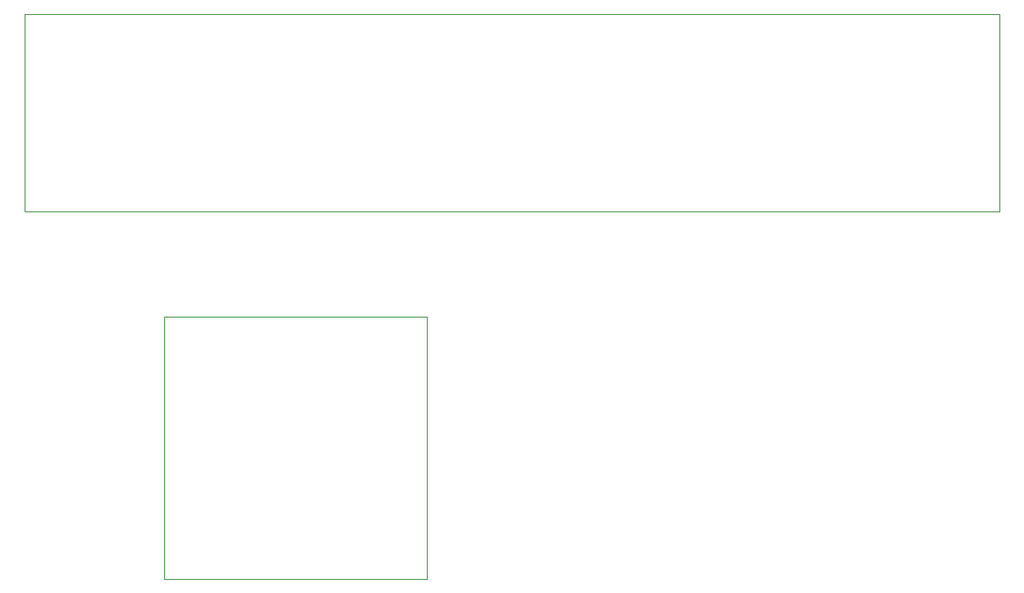
<source format=gm1>
%TF.GenerationSoftware,KiCad,Pcbnew,5.99.0+really5.1.10+dfsg1-1*%
%TF.CreationDate,2021-06-06T12:38:46-04:00*%
%TF.ProjectId,5x1_knob,3578315f-6b6e-46f6-922e-6b696361645f,rev?*%
%TF.SameCoordinates,Original*%
%TF.FileFunction,Profile,NP*%
%FSLAX46Y46*%
G04 Gerber Fmt 4.6, Leading zero omitted, Abs format (unit mm)*
G04 Created by KiCad (PCBNEW 5.99.0+really5.1.10+dfsg1-1) date 2021-06-06 12:38:46*
%MOMM*%
%LPD*%
G01*
G04 APERTURE LIST*
%TA.AperFunction,Profile*%
%ADD10C,0.050000*%
%TD*%
G04 APERTURE END LIST*
D10*
X13462000Y-54483000D02*
X13462000Y-29210000D01*
X38735000Y-54483000D02*
X13462000Y-54483000D01*
X38735000Y-29210000D02*
X38735000Y-54483000D01*
X13462000Y-29210000D02*
X38735000Y-29210000D01*
X0Y0D02*
X93980000Y0D01*
X0Y-19050000D02*
X0Y0D01*
X93980000Y-19050000D02*
X93980000Y0D01*
X0Y-19050000D02*
X93980000Y-19050000D01*
M02*

</source>
